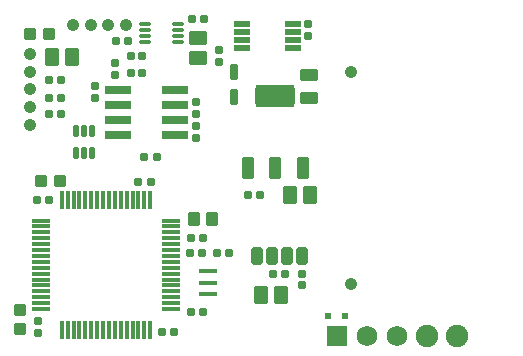
<source format=gts>
G04 Layer_Color=8388736*
%FSLAX43Y43*%
%MOMM*%
G71*
G01*
G75*
G04:AMPARAMS|DCode=59|XSize=1.26mm|YSize=1.51mm|CornerRadius=0.176mm|HoleSize=0mm|Usage=FLASHONLY|Rotation=270.000|XOffset=0mm|YOffset=0mm|HoleType=Round|Shape=RoundedRectangle|*
%AMROUNDEDRECTD59*
21,1,1.260,1.157,0,0,270.0*
21,1,0.907,1.510,0,0,270.0*
1,1,0.352,-0.579,-0.454*
1,1,0.352,-0.579,0.454*
1,1,0.352,0.579,0.454*
1,1,0.352,0.579,-0.454*
%
%ADD59ROUNDEDRECTD59*%
G04:AMPARAMS|DCode=60|XSize=0.66mm|YSize=0.65mm|CornerRadius=0.1mm|HoleSize=0mm|Usage=FLASHONLY|Rotation=90.000|XOffset=0mm|YOffset=0mm|HoleType=Round|Shape=RoundedRectangle|*
%AMROUNDEDRECTD60*
21,1,0.660,0.450,0,0,90.0*
21,1,0.460,0.650,0,0,90.0*
1,1,0.200,0.225,0.230*
1,1,0.200,0.225,-0.230*
1,1,0.200,-0.225,-0.230*
1,1,0.200,-0.225,0.230*
%
%ADD60ROUNDEDRECTD60*%
G04:AMPARAMS|DCode=61|XSize=0.66mm|YSize=0.65mm|CornerRadius=0.1mm|HoleSize=0mm|Usage=FLASHONLY|Rotation=0.000|XOffset=0mm|YOffset=0mm|HoleType=Round|Shape=RoundedRectangle|*
%AMROUNDEDRECTD61*
21,1,0.660,0.450,0,0,0.0*
21,1,0.460,0.650,0,0,0.0*
1,1,0.200,0.230,-0.225*
1,1,0.200,-0.230,-0.225*
1,1,0.200,-0.230,0.225*
1,1,0.200,0.230,0.225*
%
%ADD61ROUNDEDRECTD61*%
G04:AMPARAMS|DCode=62|XSize=0.4mm|YSize=1.6mm|CornerRadius=0.087mm|HoleSize=0mm|Usage=FLASHONLY|Rotation=180.000|XOffset=0mm|YOffset=0mm|HoleType=Round|Shape=RoundedRectangle|*
%AMROUNDEDRECTD62*
21,1,0.400,1.425,0,0,180.0*
21,1,0.225,1.600,0,0,180.0*
1,1,0.175,-0.113,0.713*
1,1,0.175,0.113,0.713*
1,1,0.175,0.113,-0.713*
1,1,0.175,-0.113,-0.713*
%
%ADD62ROUNDEDRECTD62*%
G04:AMPARAMS|DCode=63|XSize=0.4mm|YSize=1.6mm|CornerRadius=0.087mm|HoleSize=0mm|Usage=FLASHONLY|Rotation=90.000|XOffset=0mm|YOffset=0mm|HoleType=Round|Shape=RoundedRectangle|*
%AMROUNDEDRECTD63*
21,1,0.400,1.425,0,0,90.0*
21,1,0.225,1.600,0,0,90.0*
1,1,0.175,0.713,0.113*
1,1,0.175,0.713,-0.113*
1,1,0.175,-0.713,-0.113*
1,1,0.175,-0.713,0.113*
%
%ADD63ROUNDEDRECTD63*%
G04:AMPARAMS|DCode=64|XSize=0.45mm|YSize=1.1mm|CornerRadius=0.125mm|HoleSize=0mm|Usage=FLASHONLY|Rotation=0.000|XOffset=0mm|YOffset=0mm|HoleType=Round|Shape=RoundedRectangle|*
%AMROUNDEDRECTD64*
21,1,0.450,0.850,0,0,0.0*
21,1,0.200,1.100,0,0,0.0*
1,1,0.250,0.100,-0.425*
1,1,0.250,-0.100,-0.425*
1,1,0.250,-0.100,0.425*
1,1,0.250,0.100,0.425*
%
%ADD64ROUNDEDRECTD64*%
G04:AMPARAMS|DCode=65|XSize=0.55mm|YSize=0.55mm|CornerRadius=0.087mm|HoleSize=0mm|Usage=FLASHONLY|Rotation=0.000|XOffset=0mm|YOffset=0mm|HoleType=Round|Shape=RoundedRectangle|*
%AMROUNDEDRECTD65*
21,1,0.550,0.375,0,0,0.0*
21,1,0.375,0.550,0,0,0.0*
1,1,0.175,0.188,-0.188*
1,1,0.175,-0.188,-0.188*
1,1,0.175,-0.188,0.188*
1,1,0.175,0.188,0.188*
%
%ADD65ROUNDEDRECTD65*%
G04:AMPARAMS|DCode=66|XSize=0.64mm|YSize=0.65mm|CornerRadius=0.099mm|HoleSize=0mm|Usage=FLASHONLY|Rotation=0.000|XOffset=0mm|YOffset=0mm|HoleType=Round|Shape=RoundedRectangle|*
%AMROUNDEDRECTD66*
21,1,0.640,0.453,0,0,0.0*
21,1,0.443,0.650,0,0,0.0*
1,1,0.198,0.221,-0.226*
1,1,0.198,-0.221,-0.226*
1,1,0.198,-0.221,0.226*
1,1,0.198,0.221,0.226*
%
%ADD66ROUNDEDRECTD66*%
G04:AMPARAMS|DCode=67|XSize=1.26mm|YSize=1.51mm|CornerRadius=0.176mm|HoleSize=0mm|Usage=FLASHONLY|Rotation=180.000|XOffset=0mm|YOffset=0mm|HoleType=Round|Shape=RoundedRectangle|*
%AMROUNDEDRECTD67*
21,1,1.260,1.157,0,0,180.0*
21,1,0.907,1.510,0,0,180.0*
1,1,0.352,-0.454,0.579*
1,1,0.352,0.454,0.579*
1,1,0.352,0.454,-0.579*
1,1,0.352,-0.454,-0.579*
%
%ADD67ROUNDEDRECTD67*%
G04:AMPARAMS|DCode=68|XSize=0.64mm|YSize=0.65mm|CornerRadius=0.099mm|HoleSize=0mm|Usage=FLASHONLY|Rotation=90.000|XOffset=0mm|YOffset=0mm|HoleType=Round|Shape=RoundedRectangle|*
%AMROUNDEDRECTD68*
21,1,0.640,0.453,0,0,90.0*
21,1,0.443,0.650,0,0,90.0*
1,1,0.198,0.226,0.221*
1,1,0.198,0.226,-0.221*
1,1,0.198,-0.226,-0.221*
1,1,0.198,-0.226,0.221*
%
%ADD68ROUNDEDRECTD68*%
G04:AMPARAMS|DCode=69|XSize=0.99mm|YSize=1.08mm|CornerRadius=0.142mm|HoleSize=0mm|Usage=FLASHONLY|Rotation=0.000|XOffset=0mm|YOffset=0mm|HoleType=Round|Shape=RoundedRectangle|*
%AMROUNDEDRECTD69*
21,1,0.990,0.795,0,0,0.0*
21,1,0.705,1.080,0,0,0.0*
1,1,0.285,0.352,-0.398*
1,1,0.285,-0.352,-0.398*
1,1,0.285,-0.352,0.398*
1,1,0.285,0.352,0.398*
%
%ADD69ROUNDEDRECTD69*%
G04:AMPARAMS|DCode=70|XSize=0.99mm|YSize=1.08mm|CornerRadius=0.142mm|HoleSize=0mm|Usage=FLASHONLY|Rotation=90.000|XOffset=0mm|YOffset=0mm|HoleType=Round|Shape=RoundedRectangle|*
%AMROUNDEDRECTD70*
21,1,0.990,0.795,0,0,90.0*
21,1,0.705,1.080,0,0,90.0*
1,1,0.285,0.398,0.352*
1,1,0.285,0.398,-0.352*
1,1,0.285,-0.398,-0.352*
1,1,0.285,-0.398,0.352*
%
%ADD70ROUNDEDRECTD70*%
G04:AMPARAMS|DCode=71|XSize=0.73mm|YSize=2.22mm|CornerRadius=0.11mm|HoleSize=0mm|Usage=FLASHONLY|Rotation=90.000|XOffset=0mm|YOffset=0mm|HoleType=Round|Shape=RoundedRectangle|*
%AMROUNDEDRECTD71*
21,1,0.730,2.000,0,0,90.0*
21,1,0.510,2.220,0,0,90.0*
1,1,0.220,1.000,0.255*
1,1,0.220,1.000,-0.255*
1,1,0.220,-1.000,-0.255*
1,1,0.220,-1.000,0.255*
%
%ADD71ROUNDEDRECTD71*%
G04:AMPARAMS|DCode=72|XSize=1.1mm|YSize=1.12mm|CornerRadius=0.156mm|HoleSize=0mm|Usage=FLASHONLY|Rotation=180.000|XOffset=0mm|YOffset=0mm|HoleType=Round|Shape=RoundedRectangle|*
%AMROUNDEDRECTD72*
21,1,1.100,0.807,0,0,180.0*
21,1,0.787,1.120,0,0,180.0*
1,1,0.313,-0.394,0.404*
1,1,0.313,0.394,0.404*
1,1,0.313,0.394,-0.404*
1,1,0.313,-0.394,-0.404*
%
%ADD72ROUNDEDRECTD72*%
G04:AMPARAMS|DCode=73|XSize=1.58mm|YSize=1.07mm|CornerRadius=0.152mm|HoleSize=0mm|Usage=FLASHONLY|Rotation=0.000|XOffset=0mm|YOffset=0mm|HoleType=Round|Shape=RoundedRectangle|*
%AMROUNDEDRECTD73*
21,1,1.580,0.765,0,0,0.0*
21,1,1.275,1.070,0,0,0.0*
1,1,0.305,0.637,-0.383*
1,1,0.305,-0.637,-0.383*
1,1,0.305,-0.637,0.383*
1,1,0.305,0.637,0.383*
%
%ADD73ROUNDEDRECTD73*%
G04:AMPARAMS|DCode=74|XSize=1.31mm|YSize=0.63mm|CornerRadius=0.098mm|HoleSize=0mm|Usage=FLASHONLY|Rotation=90.000|XOffset=0mm|YOffset=0mm|HoleType=Round|Shape=RoundedRectangle|*
%AMROUNDEDRECTD74*
21,1,1.310,0.435,0,0,90.0*
21,1,1.115,0.630,0,0,90.0*
1,1,0.195,0.217,0.557*
1,1,0.195,0.217,-0.557*
1,1,0.195,-0.217,-0.557*
1,1,0.195,-0.217,0.557*
%
%ADD74ROUNDEDRECTD74*%
G04:AMPARAMS|DCode=75|XSize=1.02mm|YSize=1.9mm|CornerRadius=0.146mm|HoleSize=0mm|Usage=FLASHONLY|Rotation=0.000|XOffset=0mm|YOffset=0mm|HoleType=Round|Shape=RoundedRectangle|*
%AMROUNDEDRECTD75*
21,1,1.020,1.607,0,0,0.0*
21,1,0.728,1.900,0,0,0.0*
1,1,0.292,0.364,-0.804*
1,1,0.292,-0.364,-0.804*
1,1,0.292,-0.364,0.804*
1,1,0.292,0.364,0.804*
%
%ADD75ROUNDEDRECTD75*%
G04:AMPARAMS|DCode=76|XSize=3.32mm|YSize=1.9mm|CornerRadius=0.256mm|HoleSize=0mm|Usage=FLASHONLY|Rotation=0.000|XOffset=0mm|YOffset=0mm|HoleType=Round|Shape=RoundedRectangle|*
%AMROUNDEDRECTD76*
21,1,3.320,1.387,0,0,0.0*
21,1,2.808,1.900,0,0,0.0*
1,1,0.512,1.404,-0.694*
1,1,0.512,-1.404,-0.694*
1,1,0.512,-1.404,0.694*
1,1,0.512,1.404,0.694*
%
%ADD76ROUNDEDRECTD76*%
%ADD77R,1.650X0.350*%
G04:AMPARAMS|DCode=78|XSize=1.422mm|YSize=0.456mm|CornerRadius=0.076mm|HoleSize=0mm|Usage=FLASHONLY|Rotation=0.000|XOffset=0mm|YOffset=0mm|HoleType=Round|Shape=RoundedRectangle|*
%AMROUNDEDRECTD78*
21,1,1.422,0.305,0,0,0.0*
21,1,1.270,0.456,0,0,0.0*
1,1,0.152,0.635,-0.152*
1,1,0.152,-0.635,-0.152*
1,1,0.152,-0.635,0.152*
1,1,0.152,0.635,0.152*
%
%ADD78ROUNDEDRECTD78*%
G04:AMPARAMS|DCode=79|XSize=0.35mm|YSize=1.05mm|CornerRadius=0.063mm|HoleSize=0mm|Usage=FLASHONLY|Rotation=90.000|XOffset=0mm|YOffset=0mm|HoleType=Round|Shape=RoundedRectangle|*
%AMROUNDEDRECTD79*
21,1,0.350,0.925,0,0,90.0*
21,1,0.225,1.050,0,0,90.0*
1,1,0.125,0.463,0.113*
1,1,0.125,0.463,-0.113*
1,1,0.125,-0.463,-0.113*
1,1,0.125,-0.463,0.113*
%
%ADD79ROUNDEDRECTD79*%
%ADD80C,1.903*%
%ADD81C,1.750*%
%ADD82R,1.750X1.750*%
%ADD83C,0.050*%
%ADD84C,1.050*%
G04:AMPARAMS|DCode=85|XSize=1.05mm|YSize=1.45mm|CornerRadius=0.15mm|HoleSize=0mm|Usage=FLASHONLY|Rotation=0.000|XOffset=0mm|YOffset=0mm|HoleType=Round|Shape=RoundedRectangle|*
%AMROUNDEDRECTD85*
21,1,1.050,1.150,0,0,0.0*
21,1,0.750,1.450,0,0,0.0*
1,1,0.300,0.375,-0.575*
1,1,0.300,-0.375,-0.575*
1,1,0.300,-0.375,0.575*
1,1,0.300,0.375,0.575*
%
%ADD85ROUNDEDRECTD85*%
D59*
X-28981Y11817D02*
D03*
X-28981Y10127D02*
D03*
D60*
X-27175Y10842D02*
D03*
Y9842D02*
D03*
X-37700Y7800D02*
D03*
Y6800D02*
D03*
X-20158Y-8100D02*
D03*
Y-9100D02*
D03*
D61*
X-33675Y10300D02*
D03*
X-34675Y10300D02*
D03*
X-33675Y8892D02*
D03*
X-34675D02*
D03*
X-34870Y11600D02*
D03*
X-35870D02*
D03*
X-27325Y-6350D02*
D03*
X-26325D02*
D03*
X-23711Y-1419D02*
D03*
X-24711D02*
D03*
X-41600Y5446D02*
D03*
X-40600D02*
D03*
X-41600Y8300D02*
D03*
X-40600D02*
D03*
X-41600Y6800D02*
D03*
X-40600D02*
D03*
X-22600Y-8100D02*
D03*
X-21600D02*
D03*
D62*
X-33000Y-12850D02*
D03*
X-33500Y-12850D02*
D03*
X-34000D02*
D03*
X-34500D02*
D03*
X-35000Y-12850D02*
D03*
X-35500Y-12850D02*
D03*
X-36000Y-12850D02*
D03*
X-36500D02*
D03*
X-37000Y-12850D02*
D03*
X-37500Y-12850D02*
D03*
X-38000Y-12850D02*
D03*
X-38500Y-12850D02*
D03*
X-39000Y-12850D02*
D03*
X-39500D02*
D03*
X-40000Y-12850D02*
D03*
X-40500D02*
D03*
X-40500Y-1850D02*
D03*
X-40000Y-1850D02*
D03*
X-39500Y-1850D02*
D03*
X-39000Y-1850D02*
D03*
X-38500D02*
D03*
X-38000Y-1850D02*
D03*
X-37500Y-1850D02*
D03*
X-37000Y-1850D02*
D03*
X-36500Y-1850D02*
D03*
X-36000Y-1850D02*
D03*
X-35500Y-1850D02*
D03*
X-35000Y-1850D02*
D03*
X-34500D02*
D03*
X-34000Y-1850D02*
D03*
X-33500D02*
D03*
X-33000Y-1850D02*
D03*
D63*
X-42250Y-11100D02*
D03*
X-42250Y-10600D02*
D03*
X-42250Y-10100D02*
D03*
X-42250Y-9600D02*
D03*
X-42250Y-9100D02*
D03*
X-42250Y-8600D02*
D03*
X-42250Y-8100D02*
D03*
X-42250Y-7600D02*
D03*
X-42250Y-7100D02*
D03*
X-42250Y-6600D02*
D03*
X-42250Y-6100D02*
D03*
X-42250Y-5600D02*
D03*
X-42250Y-5100D02*
D03*
X-42250Y-4600D02*
D03*
X-42250Y-4100D02*
D03*
X-42250Y-3600D02*
D03*
X-31250Y-3600D02*
D03*
X-31250Y-4100D02*
D03*
X-31250Y-4600D02*
D03*
X-31250Y-5100D02*
D03*
X-31250Y-5600D02*
D03*
X-31250Y-6100D02*
D03*
X-31250Y-6600D02*
D03*
X-31250Y-7100D02*
D03*
X-31250Y-7600D02*
D03*
X-31250Y-8100D02*
D03*
X-31250Y-8600D02*
D03*
X-31250Y-9100D02*
D03*
X-31250Y-9600D02*
D03*
X-31250Y-10100D02*
D03*
X-31250Y-10600D02*
D03*
X-31250Y-11100D02*
D03*
D64*
X-39250Y2113D02*
D03*
X-37950D02*
D03*
X-39250Y3963D02*
D03*
X-38600D02*
D03*
X-37950D02*
D03*
X-38600Y2113D02*
D03*
D65*
X-16535Y-11700D02*
D03*
X-17935Y-11700D02*
D03*
D66*
X-32475Y1800D02*
D03*
X-33500Y1800D02*
D03*
X-28595Y-6375D02*
D03*
X-29620Y-6375D02*
D03*
X-29595Y-5100D02*
D03*
X-28570Y-5100D02*
D03*
X-29595Y-11325D02*
D03*
X-28570D02*
D03*
X-34000Y-350D02*
D03*
X-32975D02*
D03*
X-32005Y-13045D02*
D03*
X-30980D02*
D03*
X-41550Y-1850D02*
D03*
X-42575Y-1850D02*
D03*
X-28456Y13436D02*
D03*
X-29481Y13436D02*
D03*
D67*
X-19460Y-1419D02*
D03*
X-21150Y-1419D02*
D03*
X-39600Y10250D02*
D03*
X-41290D02*
D03*
X-23600Y-9900D02*
D03*
X-21910Y-9900D02*
D03*
D68*
X-19623Y13028D02*
D03*
X-19623Y12003D02*
D03*
X-29100Y3349D02*
D03*
Y4374D02*
D03*
X-35965Y9753D02*
D03*
X-35965Y8728D02*
D03*
X-29100Y5449D02*
D03*
X-29100Y6474D02*
D03*
X-42500Y-12095D02*
D03*
X-42500Y-13120D02*
D03*
D69*
X-43175Y12225D02*
D03*
X-41575D02*
D03*
X-42255Y-280D02*
D03*
X-40655Y-280D02*
D03*
D70*
X-44025Y-12800D02*
D03*
X-44025Y-11200D02*
D03*
D71*
X-35750Y7474D02*
D03*
X-35750Y6204D02*
D03*
X-35750Y4934D02*
D03*
X-35750Y3664D02*
D03*
X-30890Y7474D02*
D03*
X-30890Y6204D02*
D03*
X-30890Y4934D02*
D03*
X-30890Y3664D02*
D03*
D72*
X-27760Y-3480D02*
D03*
X-29280Y-3480D02*
D03*
D73*
X-19600Y6742D02*
D03*
X-19600Y8757D02*
D03*
D74*
X-25886Y8955D02*
D03*
X-25886Y6895D02*
D03*
D75*
X-24711Y826D02*
D03*
X-22400Y826D02*
D03*
X-20089Y826D02*
D03*
D76*
X-22400Y6924D02*
D03*
D77*
X-28150Y-7900D02*
D03*
Y-8850D02*
D03*
Y-9800D02*
D03*
D78*
X-25259Y13028D02*
D03*
X-25259Y12368D02*
D03*
X-25259Y11707D02*
D03*
Y11047D02*
D03*
X-20891Y11047D02*
D03*
Y11707D02*
D03*
X-20891Y12368D02*
D03*
X-20891Y13028D02*
D03*
D79*
X-33480Y13021D02*
D03*
X-33480Y12521D02*
D03*
X-33480Y12021D02*
D03*
X-33480Y11521D02*
D03*
X-30680Y13021D02*
D03*
X-30680Y12521D02*
D03*
X-30680Y12021D02*
D03*
X-30680Y11521D02*
D03*
D80*
X-7005Y-13400D02*
D03*
X-9545Y-13400D02*
D03*
D81*
X-12085Y-13400D02*
D03*
X-14625Y-13400D02*
D03*
D82*
X-17165Y-13400D02*
D03*
D83*
X-2500Y12500D02*
D03*
X-16000Y5000D02*
D03*
Y-5000D02*
D03*
X-2500Y-12500D02*
D03*
X-44342Y14333D02*
D03*
D84*
X-16000Y9000D02*
D03*
Y-9000D02*
D03*
X-35045Y12966D02*
D03*
X-36545D02*
D03*
X-39545D02*
D03*
X-38045D02*
D03*
X-43175Y4500D02*
D03*
Y6000D02*
D03*
Y7500D02*
D03*
Y10500D02*
D03*
Y9000D02*
D03*
D85*
X-23968Y-6575D02*
D03*
X-20158D02*
D03*
X-22698D02*
D03*
X-21428D02*
D03*
M02*

</source>
